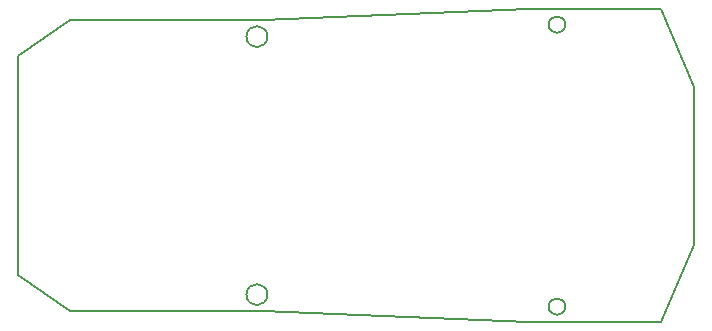
<source format=gbr>
G04 #@! TF.GenerationSoftware,KiCad,Pcbnew,9.0.3*
G04 #@! TF.CreationDate,2025-08-17T17:29:31-04:00*
G04 #@! TF.ProjectId,remote,72656d6f-7465-42e6-9b69-6361645f7063,rev?*
G04 #@! TF.SameCoordinates,Original*
G04 #@! TF.FileFunction,Profile,NP*
%FSLAX46Y46*%
G04 Gerber Fmt 4.6, Leading zero omitted, Abs format (unit mm)*
G04 Created by KiCad (PCBNEW 9.0.3) date 2025-08-17 17:29:31*
%MOMM*%
%LPD*%
G01*
G04 APERTURE LIST*
G04 #@! TA.AperFunction,Profile*
%ADD10C,0.200000*%
G04 #@! TD*
G04 APERTURE END LIST*
D10*
X210136288Y-72796400D02*
G75*
G02*
X208358288Y-72796400I-889000J0D01*
G01*
X208358288Y-72796400D02*
G75*
G02*
X210136288Y-72796400I889000J0D01*
G01*
X235345788Y-73812400D02*
G75*
G02*
X233948788Y-73812400I-698500J0D01*
G01*
X233948788Y-73812400D02*
G75*
G02*
X235345788Y-73812400I698500J0D01*
G01*
X243486488Y-48641000D02*
X246280488Y-55194200D01*
X243486488Y-48641000D02*
X232158088Y-48641000D01*
X235345788Y-49936400D02*
G75*
G02*
X233948788Y-49936400I-698500J0D01*
G01*
X233948788Y-49936400D02*
G75*
G02*
X235345788Y-49936400I698500J0D01*
G01*
X246280488Y-61874400D02*
X246280488Y-55194200D01*
X209755288Y-74218800D02*
X193397688Y-74218800D01*
X189028888Y-71158548D02*
X189028888Y-61874400D01*
X209755288Y-49530000D02*
X193397688Y-49530000D01*
X246280488Y-61874400D02*
X246280488Y-68554600D01*
X243486488Y-75107800D02*
X246280488Y-68554600D01*
X193397688Y-74218800D02*
X189028888Y-71158548D01*
X193397688Y-49530000D02*
X189028888Y-52590252D01*
X210136288Y-50952400D02*
G75*
G02*
X208358288Y-50952400I-889000J0D01*
G01*
X208358288Y-50952400D02*
G75*
G02*
X210136288Y-50952400I889000J0D01*
G01*
X243486488Y-75107800D02*
X232158088Y-75107800D01*
X189028888Y-52590252D02*
X189028888Y-61874400D01*
X232158088Y-48641000D02*
X209755288Y-49530000D01*
X232158088Y-75107800D02*
X209755288Y-74218800D01*
M02*

</source>
